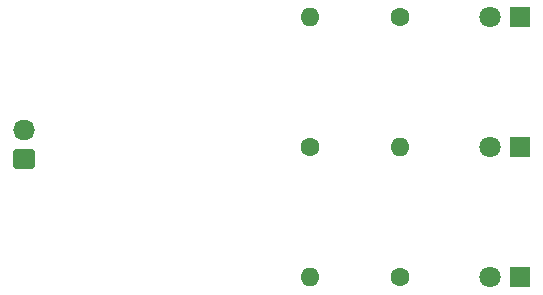
<source format=gbr>
%TF.GenerationSoftware,KiCad,Pcbnew,(6.0.7)*%
%TF.CreationDate,2022-08-16T13:57:52+09:00*%
%TF.ProjectId,kicad_demo,6b696361-645f-4646-956d-6f2e6b696361,rev?*%
%TF.SameCoordinates,Original*%
%TF.FileFunction,Soldermask,Top*%
%TF.FilePolarity,Negative*%
%FSLAX46Y46*%
G04 Gerber Fmt 4.6, Leading zero omitted, Abs format (unit mm)*
G04 Created by KiCad (PCBNEW (6.0.7)) date 2022-08-16 13:57:52*
%MOMM*%
%LPD*%
G01*
G04 APERTURE LIST*
G04 Aperture macros list*
%AMRoundRect*
0 Rectangle with rounded corners*
0 $1 Rounding radius*
0 $2 $3 $4 $5 $6 $7 $8 $9 X,Y pos of 4 corners*
0 Add a 4 corners polygon primitive as box body*
4,1,4,$2,$3,$4,$5,$6,$7,$8,$9,$2,$3,0*
0 Add four circle primitives for the rounded corners*
1,1,$1+$1,$2,$3*
1,1,$1+$1,$4,$5*
1,1,$1+$1,$6,$7*
1,1,$1+$1,$8,$9*
0 Add four rect primitives between the rounded corners*
20,1,$1+$1,$2,$3,$4,$5,0*
20,1,$1+$1,$4,$5,$6,$7,0*
20,1,$1+$1,$6,$7,$8,$9,0*
20,1,$1+$1,$8,$9,$2,$3,0*%
G04 Aperture macros list end*
%ADD10C,1.600000*%
%ADD11O,1.600000X1.600000*%
%ADD12RoundRect,0.250000X0.675000X-0.600000X0.675000X0.600000X-0.675000X0.600000X-0.675000X-0.600000X0*%
%ADD13O,1.850000X1.700000*%
%ADD14R,1.800000X1.800000*%
%ADD15C,1.800000*%
G04 APERTURE END LIST*
D10*
%TO.C,R3*%
X178810000Y-47000000D03*
D11*
X171190000Y-47000000D03*
%TD*%
D10*
%TO.C,R2*%
X178810000Y-69000000D03*
D11*
X171190000Y-69000000D03*
%TD*%
D10*
%TO.C,R1*%
X171190000Y-58000000D03*
D11*
X178810000Y-58000000D03*
%TD*%
D12*
%TO.C,J1*%
X147000000Y-59000000D03*
D13*
X147000000Y-56500000D03*
%TD*%
D14*
%TO.C,D3*%
X189000000Y-47000000D03*
D15*
X186460000Y-47000000D03*
%TD*%
D14*
%TO.C,D2*%
X189000000Y-69000000D03*
D15*
X186460000Y-69000000D03*
%TD*%
D14*
%TO.C,D1*%
X189000000Y-58000000D03*
D15*
X186460000Y-58000000D03*
%TD*%
M02*

</source>
